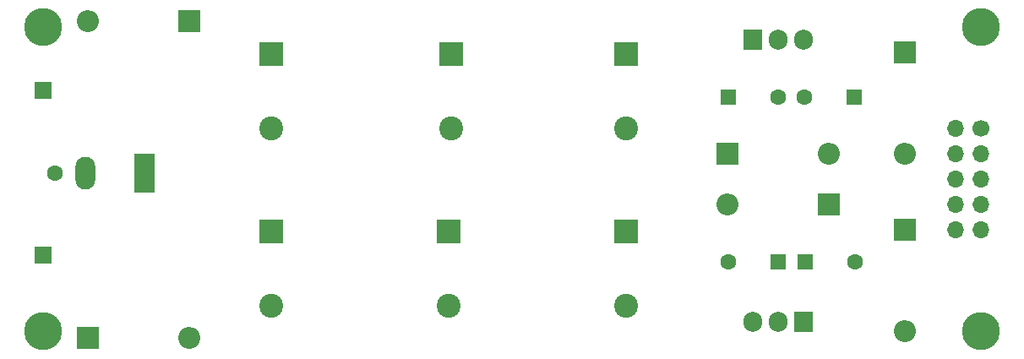
<source format=gbr>
%TF.GenerationSoftware,KiCad,Pcbnew,7.0.2*%
%TF.CreationDate,2023-06-20T09:22:34-04:00*%
%TF.ProjectId,Power supply,506f7765-7220-4737-9570-706c792e6b69,rev?*%
%TF.SameCoordinates,Original*%
%TF.FileFunction,Soldermask,Top*%
%TF.FilePolarity,Negative*%
%FSLAX46Y46*%
G04 Gerber Fmt 4.6, Leading zero omitted, Abs format (unit mm)*
G04 Created by KiCad (PCBNEW 7.0.2) date 2023-06-20 09:22:34*
%MOMM*%
%LPD*%
G01*
G04 APERTURE LIST*
%ADD10R,1.700000X1.700000*%
%ADD11R,2.200000X2.200000*%
%ADD12O,2.200000X2.200000*%
%ADD13R,2.400000X2.400000*%
%ADD14C,2.400000*%
%ADD15R,1.905000X2.000000*%
%ADD16O,1.905000X2.000000*%
%ADD17C,1.700000*%
%ADD18O,1.700000X1.700000*%
%ADD19R,1.600000X1.600000*%
%ADD20C,1.600000*%
%ADD21C,2.600000*%
%ADD22C,3.800000*%
%ADD23R,2.000000X4.000000*%
%ADD24O,2.000000X3.300000*%
G04 APERTURE END LIST*
D10*
%TO.C,J5*%
X78740000Y-104140000D03*
%TD*%
D11*
%TO.C,D6*%
X157480000Y-99060000D03*
D12*
X147320000Y-99060000D03*
%TD*%
D13*
%TO.C,C5*%
X101600000Y-83940000D03*
D14*
X101600000Y-91440000D03*
%TD*%
D15*
%TO.C,U1*%
X149860000Y-82550000D03*
D16*
X152400000Y-82550000D03*
X154940000Y-82550000D03*
%TD*%
D11*
%TO.C,D2*%
X93345000Y-80645000D03*
D12*
X83185000Y-80645000D03*
%TD*%
D11*
%TO.C,D4*%
X83185000Y-112395000D03*
D12*
X93345000Y-112395000D03*
%TD*%
D15*
%TO.C,U2*%
X154940000Y-110815000D03*
D16*
X152400000Y-110815000D03*
X149860000Y-110815000D03*
%TD*%
D11*
%TO.C,D5*%
X165100000Y-101600000D03*
D12*
X165100000Y-111760000D03*
%TD*%
D17*
%TO.C,REF\u002A\u002A*%
X172720000Y-91440000D03*
D18*
X170180000Y-91440000D03*
X172720000Y-93980000D03*
X170180000Y-93980000D03*
X172720000Y-96520000D03*
X170180000Y-96520000D03*
X172720000Y-99060000D03*
X170180000Y-99060000D03*
X172720000Y-101600000D03*
X170180000Y-101600000D03*
%TD*%
D19*
%TO.C,C10*%
X155060000Y-104775000D03*
D20*
X160060000Y-104775000D03*
%TD*%
D13*
%TO.C,C3*%
X137160000Y-83940000D03*
D14*
X137160000Y-91440000D03*
%TD*%
D21*
%TO.C,REF\u002A\u002A*%
X78740000Y-111760000D03*
D22*
X78740000Y-111760000D03*
%TD*%
D13*
%TO.C,C7*%
X119380000Y-101720000D03*
D14*
X119380000Y-109220000D03*
%TD*%
D13*
%TO.C,C8*%
X137160000Y-101720000D03*
D14*
X137160000Y-109220000D03*
%TD*%
D19*
%TO.C,C9*%
X152360000Y-104775000D03*
D20*
X147360000Y-104775000D03*
%TD*%
D13*
%TO.C,C4*%
X119610000Y-83940000D03*
D14*
X119610000Y-91440000D03*
%TD*%
D10*
%TO.C,J4*%
X78740000Y-87630000D03*
%TD*%
D13*
%TO.C,C6*%
X101600000Y-101720000D03*
D14*
X101600000Y-109220000D03*
%TD*%
D11*
%TO.C,D1*%
X147320000Y-93980000D03*
D12*
X157480000Y-93980000D03*
%TD*%
D21*
%TO.C,REF\u002A\u002A*%
X172720000Y-81280000D03*
D22*
X172720000Y-81280000D03*
%TD*%
D19*
%TO.C,C2*%
X147360000Y-88265000D03*
D20*
X152360000Y-88265000D03*
%TD*%
D21*
%TO.C,REF\u002A\u002A*%
X172720000Y-111760000D03*
D22*
X172720000Y-111760000D03*
%TD*%
D19*
%TO.C,C1*%
X159980000Y-88265000D03*
D20*
X154980000Y-88265000D03*
%TD*%
D11*
%TO.C,D3*%
X165100000Y-83820000D03*
D12*
X165100000Y-93980000D03*
%TD*%
D20*
%TO.C,REF\u002A\u002A*%
X79915000Y-95885000D03*
D23*
X88915000Y-95885000D03*
D24*
X82915000Y-95885000D03*
%TD*%
D21*
%TO.C,REF\u002A\u002A*%
X78740000Y-81280000D03*
D22*
X78740000Y-81280000D03*
%TD*%
M02*

</source>
